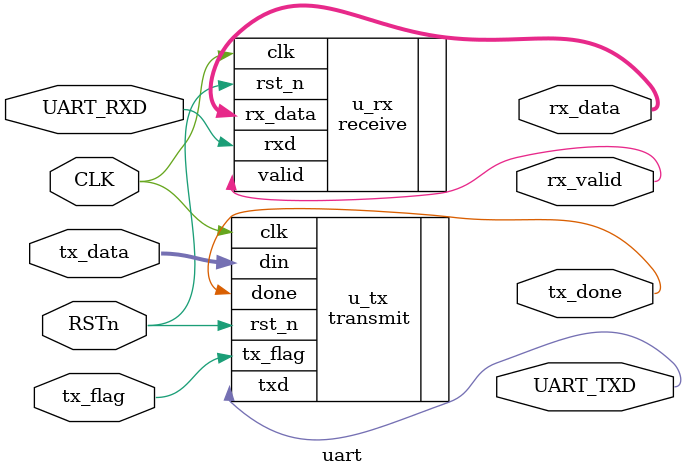
<source format=v>
`timescale 1ns / 1ps


module uart#(
    parameter CLK_FREQ = 65_000_000,
    parameter BAUT_RATE = 115200
)(
    input               CLK,
    input               RSTn,
    
    input               tx_flag,
    input   [7:0]       tx_data,
    output              tx_done,
    
    output              rx_valid,
    output  [7:0]       rx_data,
    
    input               UART_RXD,
    output              UART_TXD
);
    
    wire                tx_baud_en;
    wire                tx_baud_pulse;
    wire                rx_baud_en;
    wire                rx_baud_pulse;


    transmit #(
        .CLK_FREQ           (CLK_FREQ),
        .BAUT_RATE          (BAUT_RATE)
        )u_tx(
        .clk                (CLK            ),
        .rst_n              (RSTn           ),
        .din                (tx_data        ),
        .txd                (UART_TXD       ),
        .tx_flag            (tx_flag        ),
        .done               (tx_done        )
    );
    
    receive #(
        .CLK_FREQ           (CLK_FREQ),
        .BAUT_RATE          (BAUT_RATE)
        )u_rx(
        .clk                (CLK            ),
        .rst_n              (RSTn           ),
        .rxd                (UART_RXD       ),
        .rx_data            (rx_data        ),
        .valid              (rx_valid       )
    );

endmodule
</source>
